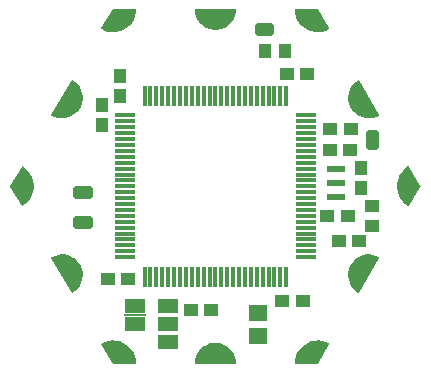
<source format=gbr>
G04 EAGLE Gerber RS-274X export*
G75*
%MOMM*%
%FSLAX34Y34*%
%LPD*%
%INSoldermask Bottom*%
%IPPOS*%
%AMOC8*
5,1,8,0,0,1.08239X$1,22.5*%
G01*
%ADD10R,1.101600X1.201600*%
%ADD11R,1.601600X1.401600*%
%ADD12R,1.201600X1.101600*%
%ADD13C,0.605878*%
%ADD14C,1.101600*%
%ADD15R,1.660400X0.381600*%
%ADD16R,0.381600X1.660400*%
%ADD17R,1.501597X0.501600*%
%ADD18R,1.701800X1.270000*%
%ADD19R,1.828800X0.152400*%

G36*
X363231Y195709D02*
X363231Y195709D01*
X363260Y195706D01*
X363327Y195728D01*
X363397Y195742D01*
X363421Y195759D01*
X363449Y195768D01*
X363502Y195815D01*
X363561Y195855D01*
X363577Y195879D01*
X363599Y195899D01*
X363630Y195963D01*
X363668Y196022D01*
X363673Y196051D01*
X363685Y196077D01*
X363694Y196177D01*
X363701Y196219D01*
X363698Y196229D01*
X363700Y196243D01*
X363468Y199041D01*
X363458Y199075D01*
X363454Y199123D01*
X362765Y201844D01*
X362750Y201876D01*
X362738Y201922D01*
X361610Y204494D01*
X361590Y204522D01*
X361571Y204566D01*
X360035Y206917D01*
X360011Y206941D01*
X359985Y206982D01*
X358083Y209047D01*
X358055Y209068D01*
X358022Y209103D01*
X355807Y210828D01*
X355776Y210843D01*
X355738Y210873D01*
X353268Y212209D01*
X353235Y212219D01*
X353193Y212242D01*
X352007Y212650D01*
X350553Y213149D01*
X350537Y213154D01*
X350503Y213159D01*
X350457Y213174D01*
X347688Y213636D01*
X347653Y213635D01*
X347606Y213643D01*
X344798Y213643D01*
X344764Y213636D01*
X344716Y213636D01*
X341947Y213174D01*
X341914Y213162D01*
X341867Y213154D01*
X339211Y212242D01*
X339181Y212225D01*
X339136Y212209D01*
X336666Y210873D01*
X336640Y210851D01*
X336597Y210828D01*
X334382Y209103D01*
X334359Y209077D01*
X334321Y209047D01*
X332419Y206982D01*
X332401Y206952D01*
X332369Y206917D01*
X330833Y204566D01*
X330820Y204534D01*
X330794Y204494D01*
X329666Y201922D01*
X329659Y201889D01*
X329656Y201882D01*
X329650Y201873D01*
X329649Y201867D01*
X329639Y201844D01*
X328950Y199123D01*
X328948Y199088D01*
X328936Y199041D01*
X328704Y196243D01*
X328708Y196214D01*
X328703Y196185D01*
X328720Y196116D01*
X328728Y196046D01*
X328742Y196020D01*
X328749Y195992D01*
X328791Y195935D01*
X328826Y195873D01*
X328850Y195855D01*
X328867Y195832D01*
X328928Y195796D01*
X328985Y195753D01*
X329013Y195745D01*
X329038Y195730D01*
X329136Y195714D01*
X329177Y195703D01*
X329188Y195705D01*
X329202Y195703D01*
X363202Y195703D01*
X363231Y195709D01*
G37*
G36*
X347640Y478768D02*
X347640Y478768D01*
X347688Y478768D01*
X350457Y479230D01*
X350490Y479242D01*
X350537Y479250D01*
X353193Y480162D01*
X353223Y480179D01*
X353268Y480195D01*
X355738Y481531D01*
X355764Y481553D01*
X355807Y481576D01*
X358022Y483301D01*
X358045Y483327D01*
X358083Y483357D01*
X359985Y485422D01*
X360003Y485452D01*
X360035Y485487D01*
X361571Y487838D01*
X361584Y487870D01*
X361610Y487910D01*
X362738Y490482D01*
X362745Y490515D01*
X362765Y490560D01*
X363454Y493281D01*
X363456Y493316D01*
X363468Y493363D01*
X363700Y496161D01*
X363696Y496190D01*
X363701Y496219D01*
X363685Y496288D01*
X363676Y496358D01*
X363662Y496384D01*
X363655Y496412D01*
X363613Y496469D01*
X363578Y496531D01*
X363554Y496549D01*
X363537Y496572D01*
X363476Y496608D01*
X363419Y496651D01*
X363391Y496659D01*
X363366Y496674D01*
X363268Y496690D01*
X363227Y496701D01*
X363216Y496699D01*
X363202Y496701D01*
X329202Y496701D01*
X329173Y496695D01*
X329144Y496698D01*
X329077Y496676D01*
X329007Y496662D01*
X328983Y496645D01*
X328955Y496636D01*
X328902Y496589D01*
X328843Y496549D01*
X328828Y496525D01*
X328806Y496505D01*
X328774Y496441D01*
X328736Y496382D01*
X328731Y496353D01*
X328719Y496327D01*
X328710Y496227D01*
X328703Y496185D01*
X328706Y496175D01*
X328704Y496161D01*
X328936Y493363D01*
X328946Y493329D01*
X328950Y493281D01*
X329639Y490560D01*
X329654Y490528D01*
X329666Y490482D01*
X330794Y487910D01*
X330814Y487882D01*
X330833Y487838D01*
X332369Y485487D01*
X332393Y485463D01*
X332419Y485422D01*
X334321Y483357D01*
X334349Y483336D01*
X334382Y483301D01*
X336597Y481576D01*
X336628Y481561D01*
X336666Y481531D01*
X339136Y480195D01*
X339169Y480185D01*
X339211Y480162D01*
X341867Y479250D01*
X341901Y479246D01*
X341947Y479230D01*
X344716Y478768D01*
X344751Y478769D01*
X344798Y478761D01*
X347606Y478761D01*
X347640Y478768D01*
G37*
G36*
X224809Y256012D02*
X224809Y256012D01*
X224880Y256009D01*
X224907Y256019D01*
X224936Y256021D01*
X225026Y256063D01*
X225066Y256078D01*
X225074Y256086D01*
X225087Y256092D01*
X227390Y257691D01*
X227414Y257717D01*
X227454Y257744D01*
X229463Y259701D01*
X229482Y259730D01*
X229517Y259763D01*
X231176Y262024D01*
X231191Y262055D01*
X231220Y262094D01*
X232484Y264597D01*
X232493Y264631D01*
X232515Y264674D01*
X233351Y267351D01*
X233354Y267385D01*
X233369Y267431D01*
X233752Y270210D01*
X233750Y270244D01*
X233756Y270292D01*
X233677Y273095D01*
X233669Y273129D01*
X233668Y273177D01*
X233129Y275929D01*
X233115Y275961D01*
X233106Y276009D01*
X232121Y278634D01*
X232106Y278659D01*
X232101Y278679D01*
X232093Y278690D01*
X232086Y278709D01*
X230682Y281137D01*
X230659Y281163D01*
X230635Y281205D01*
X228851Y283368D01*
X228824Y283390D01*
X228793Y283427D01*
X226677Y285268D01*
X226647Y285285D01*
X226611Y285317D01*
X224220Y286784D01*
X224188Y286795D01*
X224147Y286821D01*
X221548Y287874D01*
X221514Y287881D01*
X221469Y287899D01*
X218732Y288510D01*
X218697Y288511D01*
X218650Y288522D01*
X215850Y288674D01*
X215816Y288669D01*
X215768Y288672D01*
X212980Y288362D01*
X212947Y288351D01*
X212899Y288346D01*
X210201Y287581D01*
X210171Y287565D01*
X210124Y287552D01*
X207589Y286353D01*
X207565Y286336D01*
X207538Y286326D01*
X207486Y286277D01*
X207429Y286234D01*
X207415Y286209D01*
X207394Y286189D01*
X207365Y286124D01*
X207329Y286063D01*
X207326Y286034D01*
X207314Y286007D01*
X207313Y285936D01*
X207304Y285865D01*
X207312Y285837D01*
X207312Y285808D01*
X207346Y285715D01*
X207358Y285674D01*
X207365Y285665D01*
X207370Y285652D01*
X224370Y256252D01*
X224389Y256230D01*
X224402Y256204D01*
X224455Y256156D01*
X224502Y256103D01*
X224528Y256091D01*
X224550Y256071D01*
X224617Y256048D01*
X224681Y256018D01*
X224710Y256016D01*
X224738Y256007D01*
X224809Y256012D01*
G37*
G36*
X476588Y403735D02*
X476588Y403735D01*
X476636Y403732D01*
X479424Y404042D01*
X479457Y404053D01*
X479505Y404058D01*
X482203Y404823D01*
X482233Y404839D01*
X482280Y404852D01*
X484815Y406051D01*
X484839Y406068D01*
X484866Y406078D01*
X484918Y406127D01*
X484975Y406170D01*
X484989Y406195D01*
X485011Y406215D01*
X485039Y406280D01*
X485075Y406342D01*
X485078Y406370D01*
X485090Y406397D01*
X485091Y406468D01*
X485100Y406539D01*
X485092Y406567D01*
X485092Y406596D01*
X485058Y406689D01*
X485046Y406730D01*
X485039Y406739D01*
X485034Y406752D01*
X468034Y436152D01*
X468015Y436174D01*
X468002Y436200D01*
X467949Y436248D01*
X467902Y436301D01*
X467876Y436313D01*
X467854Y436333D01*
X467787Y436356D01*
X467723Y436386D01*
X467694Y436388D01*
X467666Y436397D01*
X467595Y436392D01*
X467524Y436395D01*
X467497Y436385D01*
X467468Y436383D01*
X467378Y436341D01*
X467338Y436326D01*
X467330Y436318D01*
X467317Y436312D01*
X465014Y434713D01*
X464990Y434688D01*
X464950Y434660D01*
X462941Y432703D01*
X462922Y432674D01*
X462887Y432641D01*
X461228Y430380D01*
X461213Y430349D01*
X461184Y430310D01*
X459920Y427807D01*
X459911Y427773D01*
X459889Y427730D01*
X459053Y425053D01*
X459050Y425019D01*
X459035Y424973D01*
X458652Y422194D01*
X458654Y422160D01*
X458648Y422112D01*
X458727Y419309D01*
X458735Y419275D01*
X458736Y419227D01*
X459275Y416475D01*
X459289Y416443D01*
X459298Y416395D01*
X460283Y413770D01*
X460301Y413740D01*
X460318Y413695D01*
X461722Y411267D01*
X461745Y411241D01*
X461769Y411200D01*
X463553Y409036D01*
X463580Y409014D01*
X463611Y408977D01*
X465727Y407136D01*
X465757Y407119D01*
X465793Y407088D01*
X468184Y405620D01*
X468216Y405609D01*
X468257Y405583D01*
X470856Y404530D01*
X470890Y404523D01*
X470935Y404505D01*
X473672Y403894D01*
X473707Y403893D01*
X473754Y403882D01*
X476554Y403730D01*
X476588Y403735D01*
G37*
G36*
X467628Y256013D02*
X467628Y256013D01*
X467699Y256012D01*
X467726Y256023D01*
X467755Y256027D01*
X467817Y256061D01*
X467882Y256089D01*
X467903Y256110D01*
X467928Y256124D01*
X467991Y256200D01*
X468021Y256231D01*
X468025Y256241D01*
X468034Y256252D01*
X485034Y285652D01*
X485043Y285680D01*
X485060Y285704D01*
X485075Y285773D01*
X485097Y285841D01*
X485095Y285870D01*
X485101Y285898D01*
X485088Y285968D01*
X485082Y286039D01*
X485069Y286065D01*
X485063Y286093D01*
X485023Y286152D01*
X484991Y286215D01*
X484968Y286234D01*
X484952Y286258D01*
X484870Y286315D01*
X484837Y286342D01*
X484827Y286345D01*
X484815Y286353D01*
X482280Y287552D01*
X482246Y287560D01*
X482203Y287581D01*
X479505Y288346D01*
X479470Y288348D01*
X479424Y288362D01*
X476636Y288672D01*
X476602Y288669D01*
X476554Y288674D01*
X473754Y288522D01*
X473720Y288513D01*
X473672Y288510D01*
X470935Y287899D01*
X470903Y287885D01*
X470856Y287874D01*
X468257Y286821D01*
X468228Y286802D01*
X468184Y286784D01*
X465793Y285317D01*
X465768Y285293D01*
X465727Y285268D01*
X463611Y283427D01*
X463590Y283400D01*
X463553Y283368D01*
X461769Y281205D01*
X461753Y281174D01*
X461722Y281137D01*
X460318Y278709D01*
X460307Y278676D01*
X460300Y278663D01*
X460290Y278649D01*
X460290Y278646D01*
X460283Y278634D01*
X459298Y276009D01*
X459292Y275974D01*
X459275Y275929D01*
X458736Y273177D01*
X458736Y273143D01*
X458727Y273095D01*
X458648Y270292D01*
X458654Y270258D01*
X458652Y270210D01*
X459035Y267431D01*
X459047Y267399D01*
X459053Y267351D01*
X459889Y264674D01*
X459906Y264643D01*
X459920Y264597D01*
X461184Y262094D01*
X461206Y262067D01*
X461228Y262024D01*
X462887Y259763D01*
X462913Y259740D01*
X462941Y259701D01*
X464950Y257744D01*
X464979Y257725D01*
X465014Y257691D01*
X467317Y256092D01*
X467344Y256080D01*
X467367Y256062D01*
X467435Y256041D01*
X467500Y256013D01*
X467529Y256013D01*
X467557Y256005D01*
X467628Y256013D01*
G37*
G36*
X218650Y403882D02*
X218650Y403882D01*
X218684Y403891D01*
X218732Y403894D01*
X221469Y404505D01*
X221501Y404519D01*
X221548Y404530D01*
X224147Y405583D01*
X224176Y405602D01*
X224220Y405620D01*
X226611Y407088D01*
X226636Y407111D01*
X226677Y407136D01*
X228793Y408977D01*
X228814Y409004D01*
X228851Y409036D01*
X230635Y411200D01*
X230651Y411230D01*
X230682Y411267D01*
X232086Y413695D01*
X232097Y413728D01*
X232121Y413770D01*
X233106Y416395D01*
X233112Y416430D01*
X233129Y416475D01*
X233668Y419227D01*
X233668Y419262D01*
X233677Y419309D01*
X233756Y422112D01*
X233751Y422146D01*
X233752Y422194D01*
X233369Y424973D01*
X233357Y425005D01*
X233351Y425053D01*
X232515Y427730D01*
X232498Y427761D01*
X232484Y427807D01*
X231220Y430310D01*
X231198Y430337D01*
X231176Y430380D01*
X229517Y432641D01*
X229491Y432664D01*
X229463Y432703D01*
X227454Y434660D01*
X227425Y434679D01*
X227390Y434713D01*
X225087Y436312D01*
X225060Y436324D01*
X225037Y436342D01*
X224969Y436363D01*
X224904Y436391D01*
X224875Y436391D01*
X224847Y436399D01*
X224776Y436391D01*
X224705Y436392D01*
X224678Y436381D01*
X224649Y436377D01*
X224587Y436343D01*
X224522Y436315D01*
X224501Y436294D01*
X224476Y436280D01*
X224413Y436204D01*
X224383Y436173D01*
X224379Y436163D01*
X224370Y436152D01*
X207370Y406752D01*
X207361Y406724D01*
X207344Y406700D01*
X207329Y406631D01*
X207307Y406563D01*
X207309Y406534D01*
X207303Y406506D01*
X207316Y406436D01*
X207322Y406365D01*
X207335Y406339D01*
X207341Y406311D01*
X207381Y406252D01*
X207413Y406189D01*
X207436Y406170D01*
X207452Y406146D01*
X207534Y406089D01*
X207567Y406062D01*
X207577Y406059D01*
X207589Y406051D01*
X210124Y404852D01*
X210158Y404844D01*
X210201Y404823D01*
X212899Y404058D01*
X212934Y404056D01*
X212980Y404042D01*
X215768Y403732D01*
X215802Y403735D01*
X215850Y403730D01*
X218650Y403882D01*
G37*
G36*
X509929Y329213D02*
X509929Y329213D01*
X510000Y329213D01*
X510027Y329224D01*
X510056Y329227D01*
X510118Y329262D01*
X510183Y329290D01*
X510204Y329310D01*
X510229Y329325D01*
X510292Y329402D01*
X510322Y329432D01*
X510326Y329442D01*
X510335Y329453D01*
X519835Y345953D01*
X519845Y345985D01*
X519854Y345998D01*
X519858Y346022D01*
X519859Y346026D01*
X519890Y346096D01*
X519890Y346120D01*
X519898Y346142D01*
X519892Y346218D01*
X519893Y346295D01*
X519883Y346319D01*
X519882Y346340D01*
X519861Y346379D01*
X519835Y346451D01*
X510335Y362951D01*
X510316Y362973D01*
X510303Y362999D01*
X510250Y363047D01*
X510203Y363100D01*
X510177Y363113D01*
X510156Y363132D01*
X510088Y363155D01*
X510024Y363186D01*
X509995Y363188D01*
X509968Y363197D01*
X509896Y363192D01*
X509825Y363195D01*
X509798Y363185D01*
X509769Y363183D01*
X509679Y363141D01*
X509639Y363126D01*
X509631Y363119D01*
X509618Y363113D01*
X507095Y361371D01*
X507071Y361347D01*
X507033Y361320D01*
X504821Y359196D01*
X504802Y359168D01*
X504768Y359136D01*
X502926Y356685D01*
X502912Y356654D01*
X502883Y356617D01*
X501458Y353902D01*
X501449Y353871D01*
X501433Y353846D01*
X501432Y353838D01*
X501427Y353828D01*
X500456Y350920D01*
X500452Y350886D01*
X500437Y350842D01*
X499945Y347815D01*
X499946Y347781D01*
X499938Y347735D01*
X499938Y344669D01*
X499939Y344665D01*
X499939Y344663D01*
X499945Y344636D01*
X499945Y344589D01*
X500437Y341562D01*
X500449Y341531D01*
X500456Y341484D01*
X501427Y338576D01*
X501444Y338547D01*
X501458Y338502D01*
X502883Y335787D01*
X502905Y335761D01*
X502926Y335719D01*
X504768Y333268D01*
X504793Y333245D01*
X504821Y333208D01*
X507033Y331084D01*
X507061Y331066D01*
X507095Y331033D01*
X509618Y329291D01*
X509645Y329280D01*
X509667Y329261D01*
X509736Y329241D01*
X509801Y329213D01*
X509830Y329213D01*
X509858Y329205D01*
X509929Y329213D01*
G37*
G36*
X182508Y329212D02*
X182508Y329212D01*
X182579Y329209D01*
X182606Y329219D01*
X182635Y329221D01*
X182725Y329263D01*
X182765Y329278D01*
X182773Y329285D01*
X182786Y329291D01*
X185309Y331033D01*
X185333Y331057D01*
X185371Y331084D01*
X187583Y333208D01*
X187602Y333236D01*
X187636Y333268D01*
X189478Y335719D01*
X189492Y335750D01*
X189521Y335787D01*
X190946Y338502D01*
X190955Y338535D01*
X190977Y338576D01*
X191948Y341484D01*
X191952Y341518D01*
X191967Y341562D01*
X192459Y344589D01*
X192458Y344623D01*
X192466Y344669D01*
X192466Y347735D01*
X192459Y347768D01*
X192459Y347815D01*
X191967Y350842D01*
X191955Y350873D01*
X191948Y350920D01*
X190977Y353828D01*
X190964Y353851D01*
X190958Y353876D01*
X190951Y353885D01*
X190946Y353902D01*
X189521Y356617D01*
X189499Y356643D01*
X189478Y356685D01*
X187636Y359136D01*
X187611Y359159D01*
X187583Y359196D01*
X185371Y361320D01*
X185343Y361338D01*
X185309Y361371D01*
X182786Y363113D01*
X182759Y363124D01*
X182737Y363143D01*
X182668Y363163D01*
X182603Y363191D01*
X182574Y363191D01*
X182546Y363199D01*
X182475Y363191D01*
X182404Y363192D01*
X182377Y363180D01*
X182348Y363177D01*
X182286Y363142D01*
X182221Y363114D01*
X182200Y363094D01*
X182175Y363079D01*
X182112Y363002D01*
X182082Y362972D01*
X182078Y362962D01*
X182069Y362951D01*
X172569Y346451D01*
X172545Y346378D01*
X172514Y346308D01*
X172514Y346284D01*
X172506Y346262D01*
X172513Y346186D01*
X172512Y346109D01*
X172521Y346085D01*
X172522Y346064D01*
X172543Y346025D01*
X172562Y345973D01*
X172563Y345967D01*
X172565Y345965D01*
X172569Y345953D01*
X182069Y329453D01*
X182088Y329431D01*
X182101Y329405D01*
X182154Y329357D01*
X182201Y329304D01*
X182227Y329291D01*
X182249Y329272D01*
X182316Y329249D01*
X182380Y329218D01*
X182409Y329217D01*
X182436Y329207D01*
X182508Y329212D01*
G37*
G36*
X432878Y195718D02*
X432878Y195718D01*
X432956Y195727D01*
X432975Y195738D01*
X432997Y195742D01*
X433061Y195786D01*
X433129Y195825D01*
X433145Y195844D01*
X433161Y195855D01*
X433185Y195893D01*
X433235Y195953D01*
X442735Y212453D01*
X442744Y212480D01*
X442760Y212504D01*
X442775Y212574D01*
X442798Y212642D01*
X442795Y212670D01*
X442801Y212698D01*
X442788Y212769D01*
X442782Y212840D01*
X442769Y212865D01*
X442763Y212893D01*
X442723Y212953D01*
X442690Y213016D01*
X442668Y213034D01*
X442652Y213058D01*
X442569Y213116D01*
X442537Y213143D01*
X442526Y213146D01*
X442516Y213153D01*
X439750Y214462D01*
X439717Y214470D01*
X439674Y214490D01*
X436734Y215338D01*
X436700Y215341D01*
X436656Y215354D01*
X433618Y215719D01*
X433584Y215716D01*
X433537Y215722D01*
X430480Y215595D01*
X430447Y215587D01*
X430400Y215586D01*
X427403Y214970D01*
X427372Y214957D01*
X427326Y214948D01*
X424466Y213859D01*
X424438Y213841D01*
X424394Y213825D01*
X421746Y212291D01*
X421720Y212269D01*
X421680Y212246D01*
X419312Y210308D01*
X419290Y210281D01*
X419254Y210252D01*
X417227Y207959D01*
X417211Y207930D01*
X417179Y207895D01*
X415547Y205307D01*
X415535Y205275D01*
X415510Y205236D01*
X414314Y202419D01*
X414307Y202386D01*
X414304Y202379D01*
X414300Y202373D01*
X414299Y202367D01*
X414288Y202343D01*
X413560Y199371D01*
X413558Y199337D01*
X413547Y199292D01*
X413304Y196242D01*
X413308Y196213D01*
X413303Y196185D01*
X413320Y196116D01*
X413328Y196044D01*
X413343Y196020D01*
X413349Y195992D01*
X413392Y195934D01*
X413428Y195872D01*
X413450Y195855D01*
X413467Y195832D01*
X413529Y195795D01*
X413586Y195752D01*
X413614Y195745D01*
X413638Y195730D01*
X413738Y195714D01*
X413779Y195703D01*
X413789Y195705D01*
X413802Y195703D01*
X432802Y195703D01*
X432878Y195718D01*
G37*
G36*
X433571Y476687D02*
X433571Y476687D01*
X433618Y476685D01*
X436656Y477050D01*
X436688Y477061D01*
X436734Y477066D01*
X439674Y477914D01*
X439704Y477930D01*
X439750Y477942D01*
X442516Y479251D01*
X442538Y479268D01*
X442565Y479278D01*
X442617Y479327D01*
X442675Y479370D01*
X442689Y479395D01*
X442710Y479414D01*
X442739Y479480D01*
X442775Y479542D01*
X442778Y479570D01*
X442790Y479596D01*
X442791Y479668D01*
X442800Y479739D01*
X442792Y479766D01*
X442793Y479795D01*
X442757Y479890D01*
X442746Y479930D01*
X442739Y479939D01*
X442735Y479951D01*
X433235Y496451D01*
X433183Y496510D01*
X433137Y496572D01*
X433118Y496583D01*
X433103Y496600D01*
X433033Y496634D01*
X432966Y496674D01*
X432942Y496678D01*
X432924Y496686D01*
X432879Y496688D01*
X432802Y496701D01*
X413802Y496701D01*
X413774Y496696D01*
X413746Y496698D01*
X413678Y496676D01*
X413607Y496662D01*
X413584Y496646D01*
X413557Y496637D01*
X413502Y496590D01*
X413443Y496549D01*
X413428Y496525D01*
X413407Y496507D01*
X413375Y496442D01*
X413336Y496382D01*
X413331Y496354D01*
X413319Y496328D01*
X413310Y496227D01*
X413303Y496185D01*
X413305Y496175D01*
X413304Y496162D01*
X413547Y493112D01*
X413556Y493080D01*
X413560Y493033D01*
X414288Y490061D01*
X414303Y490030D01*
X414314Y489985D01*
X415510Y487168D01*
X415529Y487140D01*
X415547Y487097D01*
X417179Y484509D01*
X417203Y484485D01*
X417227Y484445D01*
X419254Y482152D01*
X419281Y482132D01*
X419312Y482096D01*
X421680Y480158D01*
X421710Y480142D01*
X421746Y480113D01*
X424394Y478580D01*
X424426Y478569D01*
X424466Y478545D01*
X427326Y477457D01*
X427359Y477451D01*
X427403Y477434D01*
X430400Y476818D01*
X430434Y476818D01*
X430480Y476809D01*
X433537Y476682D01*
X433571Y476687D01*
G37*
G36*
X278630Y195708D02*
X278630Y195708D01*
X278658Y195706D01*
X278726Y195728D01*
X278797Y195742D01*
X278820Y195758D01*
X278847Y195767D01*
X278902Y195814D01*
X278961Y195855D01*
X278976Y195879D01*
X278998Y195897D01*
X279029Y195962D01*
X279068Y196022D01*
X279073Y196050D01*
X279085Y196076D01*
X279094Y196177D01*
X279101Y196219D01*
X279099Y196229D01*
X279100Y196242D01*
X278857Y199292D01*
X278848Y199324D01*
X278844Y199371D01*
X278116Y202343D01*
X278101Y202374D01*
X278090Y202419D01*
X276894Y205236D01*
X276875Y205264D01*
X276857Y205307D01*
X275225Y207895D01*
X275201Y207919D01*
X275177Y207959D01*
X273150Y210252D01*
X273123Y210272D01*
X273092Y210308D01*
X270725Y212246D01*
X270694Y212262D01*
X270658Y212291D01*
X268010Y213825D01*
X267978Y213835D01*
X267938Y213859D01*
X265078Y214948D01*
X265045Y214953D01*
X265001Y214970D01*
X262004Y215586D01*
X261970Y215586D01*
X261924Y215595D01*
X258867Y215722D01*
X258833Y215717D01*
X258786Y215719D01*
X255748Y215354D01*
X255716Y215343D01*
X255670Y215338D01*
X252730Y214490D01*
X252700Y214474D01*
X252655Y214462D01*
X249889Y213153D01*
X249866Y213136D01*
X249839Y213126D01*
X249787Y213077D01*
X249729Y213034D01*
X249715Y213009D01*
X249694Y212990D01*
X249665Y212924D01*
X249629Y212862D01*
X249626Y212834D01*
X249614Y212808D01*
X249613Y212736D01*
X249604Y212665D01*
X249612Y212638D01*
X249612Y212609D01*
X249647Y212514D01*
X249658Y212474D01*
X249665Y212465D01*
X249669Y212453D01*
X259169Y195953D01*
X259221Y195895D01*
X259267Y195832D01*
X259286Y195821D01*
X259301Y195804D01*
X259371Y195770D01*
X259438Y195730D01*
X259463Y195726D01*
X259480Y195718D01*
X259525Y195716D01*
X259602Y195703D01*
X278602Y195703D01*
X278630Y195708D01*
G37*
G36*
X261924Y476809D02*
X261924Y476809D01*
X261957Y476817D01*
X262004Y476818D01*
X265001Y477434D01*
X265032Y477447D01*
X265078Y477457D01*
X267938Y478545D01*
X267967Y478563D01*
X268010Y478580D01*
X270658Y480113D01*
X270684Y480135D01*
X270725Y480158D01*
X273092Y482096D01*
X273114Y482123D01*
X273150Y482152D01*
X275177Y484445D01*
X275194Y484474D01*
X275225Y484509D01*
X276857Y487097D01*
X276869Y487129D01*
X276894Y487168D01*
X278090Y489985D01*
X278097Y490018D01*
X278116Y490061D01*
X278844Y493033D01*
X278846Y493067D01*
X278857Y493112D01*
X279100Y496162D01*
X279096Y496191D01*
X279101Y496219D01*
X279084Y496288D01*
X279076Y496360D01*
X279062Y496384D01*
X279055Y496412D01*
X279012Y496470D01*
X278977Y496532D01*
X278954Y496549D01*
X278937Y496572D01*
X278875Y496609D01*
X278818Y496652D01*
X278790Y496659D01*
X278766Y496674D01*
X278666Y496690D01*
X278625Y496701D01*
X278615Y496699D01*
X278602Y496701D01*
X259602Y496701D01*
X259526Y496686D01*
X259448Y496677D01*
X259429Y496666D01*
X259407Y496662D01*
X259343Y496618D01*
X259275Y496579D01*
X259259Y496560D01*
X259243Y496549D01*
X259219Y496511D01*
X259169Y496451D01*
X249669Y479951D01*
X249660Y479924D01*
X249644Y479900D01*
X249629Y479830D01*
X249606Y479762D01*
X249609Y479734D01*
X249603Y479706D01*
X249617Y479636D01*
X249622Y479564D01*
X249635Y479539D01*
X249641Y479511D01*
X249681Y479451D01*
X249714Y479388D01*
X249736Y479370D01*
X249752Y479346D01*
X249835Y479288D01*
X249867Y479261D01*
X249878Y479258D01*
X249889Y479251D01*
X252655Y477942D01*
X252688Y477934D01*
X252730Y477914D01*
X255670Y477066D01*
X255704Y477063D01*
X255748Y477050D01*
X258786Y476685D01*
X258820Y476688D01*
X258867Y476682D01*
X261924Y476809D01*
G37*
D10*
X469301Y344560D03*
X469301Y361560D03*
X404920Y460756D03*
X387920Y460756D03*
D11*
X382524Y238862D03*
X382524Y219862D03*
D12*
X450886Y299974D03*
X467886Y299974D03*
D10*
X265176Y422792D03*
X265176Y439792D03*
D12*
X271898Y267462D03*
X254898Y267462D03*
X406790Y441706D03*
X423790Y441706D03*
X443112Y377190D03*
X460112Y377190D03*
X478790Y329810D03*
X478790Y312810D03*
D13*
X392829Y481777D02*
X381871Y481777D01*
X392829Y481777D02*
X392829Y476819D01*
X381871Y476819D01*
X381871Y481777D01*
X476311Y391051D02*
X476311Y380093D01*
X476311Y391051D02*
X481269Y391051D01*
X481269Y380093D01*
X476311Y380093D01*
X476311Y385849D02*
X481269Y385849D01*
D14*
X428802Y489302D03*
X511402Y346202D03*
X428802Y203102D03*
X263602Y203102D03*
X181002Y346202D03*
X263602Y489302D03*
X470102Y417702D03*
X470102Y274702D03*
X346202Y203102D03*
X222302Y274702D03*
X222302Y417702D03*
X346202Y489302D03*
D15*
X422985Y406202D03*
X422985Y401202D03*
X422985Y396202D03*
X422985Y391202D03*
X422985Y386202D03*
X422985Y381202D03*
X422985Y376202D03*
X422985Y371202D03*
X422985Y366202D03*
X422985Y361202D03*
X422985Y356202D03*
X422985Y351202D03*
X422985Y346202D03*
X422985Y341202D03*
X422985Y336202D03*
X422985Y331202D03*
X422985Y326202D03*
X422985Y321202D03*
X422985Y316202D03*
X422985Y311202D03*
X422985Y306202D03*
X422985Y301202D03*
X422985Y296202D03*
X422985Y291202D03*
X422985Y286202D03*
D16*
X406202Y269419D03*
X401202Y269419D03*
X396202Y269419D03*
X391202Y269419D03*
X386202Y269419D03*
X381202Y269419D03*
X376202Y269419D03*
X371202Y269419D03*
X366202Y269419D03*
X361202Y269419D03*
X356202Y269419D03*
X351202Y269419D03*
X346202Y269419D03*
X341202Y269419D03*
X336202Y269419D03*
X331202Y269419D03*
X326202Y269419D03*
X321202Y269419D03*
X316202Y269419D03*
X311202Y269419D03*
X306202Y269419D03*
X301202Y269419D03*
X296202Y269419D03*
X291202Y269419D03*
X286202Y269419D03*
D15*
X269419Y286202D03*
X269419Y291202D03*
X269419Y296202D03*
X269419Y301202D03*
X269419Y306202D03*
X269419Y311202D03*
X269419Y316202D03*
X269419Y321202D03*
X269419Y326202D03*
X269419Y331202D03*
X269419Y336202D03*
X269419Y341202D03*
X269419Y346202D03*
X269419Y351202D03*
X269419Y356202D03*
X269419Y361202D03*
X269419Y366202D03*
X269419Y371202D03*
X269419Y376202D03*
X269419Y381202D03*
X269419Y386202D03*
X269419Y391202D03*
X269419Y396202D03*
X269419Y401202D03*
X269419Y406202D03*
D16*
X286202Y422985D03*
X291202Y422985D03*
X296202Y422985D03*
X301202Y422985D03*
X306202Y422985D03*
X311202Y422985D03*
X316202Y422985D03*
X321202Y422985D03*
X326202Y422985D03*
X331202Y422985D03*
X336202Y422985D03*
X341202Y422985D03*
X346202Y422985D03*
X351202Y422985D03*
X356202Y422985D03*
X361202Y422985D03*
X366202Y422985D03*
X371202Y422985D03*
X376202Y422985D03*
X381202Y422985D03*
X386202Y422985D03*
X391202Y422985D03*
X396202Y422985D03*
X401202Y422985D03*
X406202Y422985D03*
D13*
X239159Y318709D02*
X228201Y318709D01*
X239159Y318709D02*
X239159Y313751D01*
X228201Y313751D01*
X228201Y318709D01*
X228201Y344109D02*
X239159Y344109D01*
X239159Y339151D01*
X228201Y339151D01*
X228201Y344109D01*
D17*
X448310Y361250D03*
X448310Y349250D03*
X448310Y337250D03*
D12*
X443620Y394970D03*
X460620Y394970D03*
X441080Y321310D03*
X458080Y321310D03*
X402980Y248920D03*
X419980Y248920D03*
D10*
X250190Y397900D03*
X250190Y414900D03*
D12*
X325510Y241300D03*
X342510Y241300D03*
D18*
X306070Y245110D03*
X306070Y229870D03*
X306070Y214630D03*
X278130Y229870D03*
X278130Y245110D03*
D19*
X278130Y237490D03*
M02*

</source>
